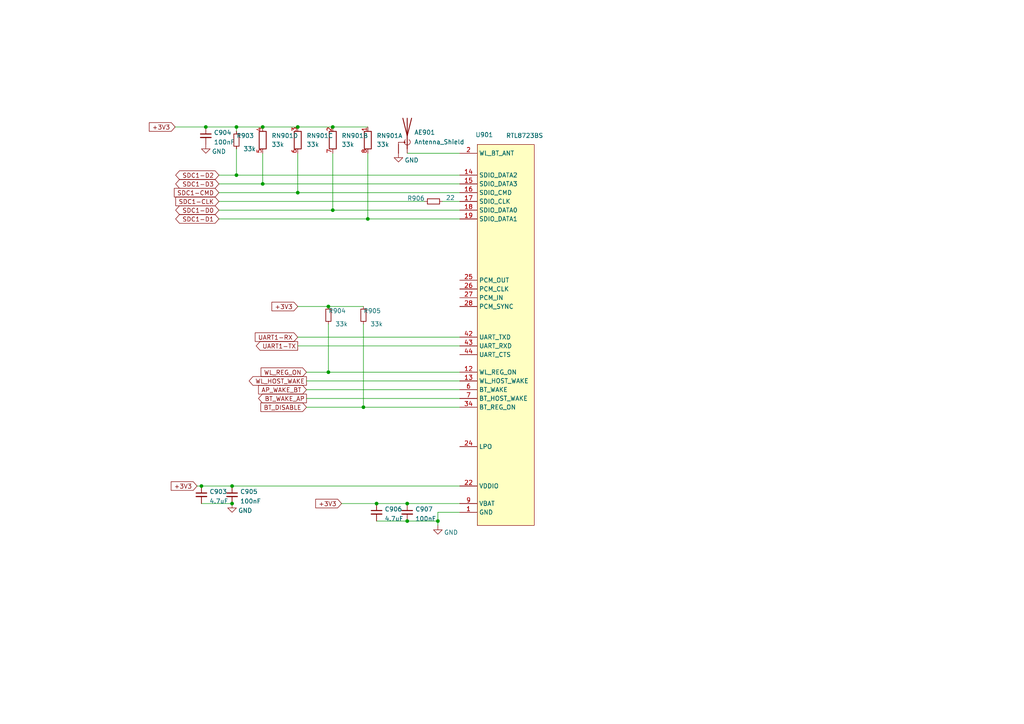
<source format=kicad_sch>
(kicad_sch (version 20250114) (generator "eeschema") (generator_version "9.0")
  (paper "A4")
  (lib_symbols
    (symbol "Device:Antenna_Shield" (pin_numbers (hide yes)) (pin_names (offset 1.016) (hide yes))
      (property "Reference" "AE" (at -1.905 4.445 0))
      (property "Value" "Antenna_Shield" (at -1.905 2.54 0))
      (symbol "Antenna_Shield_0_1"
        (arc (start 0 -2.667) (mid -0.8485 -2.1032) (end -0.508 -1.143))
        (polyline (pts (xy 0 5.08) (xy 0 -3.81)) (stroke (width 0.254)))
        (polyline (pts (xy 0 -2.54) (xy 0 0)))
        (arc (start 0.508 -1.143) (mid 0.8046 -2.0885) (end 0 -2.667))
        (polyline (pts (xy 0.762 -1.905) (xy 2.54 -1.905)))
        (circle (center 0.762 -1.905) (radius 0.1778) (fill (type outline)))
        (polyline (pts (xy 1.27 5.08) (xy 0 0) (xy -1.27 5.08)) (stroke (width 0.254)))
        (polyline (pts (xy 2.54 -2.54) (xy 2.54 -1.905)))
      )
      (symbol "Antenna_Shield_1_1"
        (pin input line (at 0 -5.08 90) (length 2.54) (name "A") (number "1"))
        (pin input line (at 2.54 -5.08 90) (length 2.54) (name "Shield") (number "2"))
      )
    )
    (symbol "Device:C_Small" (pin_numbers (hide yes)) (pin_names (offset 0.254) (hide yes))
      (property "Reference" "C" (at 0.254 1.778 0))
      (property "Value" "C_Small" (at 0.254 -2.032 0))
      (symbol "C_Small_0_1"
        (polyline (pts (xy -1.524 0.508) (xy 1.524 0.508)) (stroke (width 0.3048)))
        (polyline (pts (xy -1.524 -0.508) (xy 1.524 -0.508)) (stroke (width 0.3302)))
      )
      (symbol "C_Small_1_1"
        (pin passive line (at 0 2.54 270) (length 2.032) (name "~") (number "1"))
        (pin passive line (at 0 -2.54 90) (length 2.032) (name "~") (number "2"))
      )
    )
    (symbol "Device:R_Pack04_Split" (pin_names (offset 0) (hide yes))
      (property "Reference" "RN" (at 2.032 0 90))
      (property "Value" "R_Pack04_Split" (at 0 0 90))
      (symbol "R_Pack04_Split_0_1"
        (rectangle (start 1.016 2.54) (end -1.016 -2.54) (stroke (width 0.254)))
      )
      (symbol "R_Pack04_Split_1_1"
        (pin passive line (at 0 3.81 270) (length 1.27) (name "R1.2") (number "8"))
        (pin passive line (at 0 -3.81 90) (length 1.27) (name "R1.1") (number "1"))
      )
      (symbol "R_Pack04_Split_2_1"
        (pin passive line (at 0 3.81 270) (length 1.27) (name "R2.2") (number "7"))
        (pin passive line (at 0 -3.81 90) (length 1.27) (name "R2.1") (number "2"))
      )
      (symbol "R_Pack04_Split_3_1"
        (pin passive line (at 0 3.81 270) (length 1.27) (name "R3.2") (number "6"))
        (pin passive line (at 0 -3.81 90) (length 1.27) (name "R3.1") (number "3"))
      )
      (symbol "R_Pack04_Split_4_1"
        (pin passive line (at 0 3.81 270) (length 1.27) (name "R4.2") (number "5"))
        (pin passive line (at 0 -3.81 90) (length 1.27) (name "R4.1") (number "4"))
      )
    )
    (symbol "Device:R_Small" (pin_numbers (hide yes)) (pin_names (offset 0.254) (hide yes))
      (property "Reference" "R" (at 0.762 0.508 0))
      (property "Value" "R_Small" (at 0.762 -1.016 0))
      (symbol "R_Small_0_1"
        (rectangle (start -0.762 1.778) (end 0.762 -1.778) (stroke (width 0.2032)))
      )
      (symbol "R_Small_1_1"
        (pin passive line (at 0 2.54 270) (length 0.762) (name "~") (number "1"))
        (pin passive line (at 0 -2.54 90) (length 0.762) (name "~") (number "2"))
      )
    )
    (symbol "power:GND" (power) (pin_names (offset 0))
      (property "Value" "GND" (at 0 -3.81 0))
      (symbol "GND_0_1"
        (polyline (pts (xy 0 0) (xy 0 -1.27) (xy 1.27 -1.27) (xy 0 -2.54) (xy -1.27 -1.27) (xy 0 -1.27)))
      )
      (symbol "GND_1_1"
        (pin power_in line (at 0 0 270) (length 0) (hide yes) (name "GND") (number "1"))
      )
    )
    (symbol "sdio:RTL8723BS"
      (property "Reference" "U" (at 0 6.35 0))
      (property "Value" "RTL8723BS" (at 0 3.81 0))
      (symbol "RTL8723BS_0_1"
        (rectangle (start -5.08 -1.27) (end 11.43 -111.76) (stroke (width 0.1524)) (fill (type background)))
      )
      (symbol "RTL8723BS_1_1"
        (pin passive line (at -10.16 -3.81 0) (length 5.08) (name "WL_BT_ANT") (number "2"))
        (pin passive line (at -10.16 -10.16 0) (length 5.08) (name "SDIO_DATA2") (number "14"))
        (pin passive line (at -10.16 -12.7 0) (length 5.08) (name "SDIO_DATA3") (number "15"))
        (pin passive line (at -10.16 -15.24 0) (length 5.08) (name "SDIO_CMD") (number "16"))
        (pin passive line (at -10.16 -17.78 0) (length 5.08) (name "SDIO_CLK") (number "17"))
        (pin passive line (at -10.16 -20.32 0) (length 5.08) (name "SDIO_DATA0") (number "18"))
        (pin passive line (at -10.16 -22.86 0) (length 5.08) (name "SDIO_DATA1") (number "19"))
        (pin passive line (at -10.16 -40.64 0) (length 5.08) (name "PCM_OUT") (number "25"))
        (pin passive line (at -10.16 -43.18 0) (length 5.08) (name "PCM_CLK") (number "26"))
        (pin passive line (at -10.16 -45.72 0) (length 5.08) (name "PCM_IN") (number "27"))
        (pin passive line (at -10.16 -48.26 0) (length 5.08) (name "PCM_SYNC") (number "28"))
        (pin passive line (at -10.16 -57.15 0) (length 5.08) (name "UART_TXD") (number "42"))
        (pin passive line (at -10.16 -59.69 0) (length 5.08) (name "UART_RXD") (number "43"))
        (pin passive line (at -10.16 -62.23 0) (length 5.08) (name "UART_CTS") (number "44"))
        (pin passive line (at -10.16 -67.31 0) (length 5.08) (name "WL_REG_ON") (number "12"))
        (pin passive line (at -10.16 -69.85 0) (length 5.08) (name "WL_HOST_WAKE") (number "13"))
        (pin passive line (at -10.16 -72.39 0) (length 5.08) (name "BT_WAKE") (number "6"))
        (pin passive line (at -10.16 -74.93 0) (length 5.08) (name "BT_HOST_WAKE") (number "7"))
        (pin passive line (at -10.16 -77.47 0) (length 5.08) (name "BT_REG_ON") (number "34"))
        (pin passive line (at -10.16 -88.9 0) (length 5.08) (name "LPO") (number "24"))
        (pin passive line (at -10.16 -100.33 0) (length 5.08) (name "VDDIO") (number "22"))
        (pin passive line (at -10.16 -105.41 0) (length 5.08) (name "VBAT") (number "9"))
        (pin passive line (at -10.16 -107.95 0) (length 5.08) (name "GND") (number "1"))
        (pin passive line (at -10.16 -107.95 0) (length 5.08) (hide yes) (name "GND") (number "20"))
        (pin passive line (at -10.16 -107.95 0) (length 5.08) (hide yes) (name "GND") (number "3"))
        (pin passive line (at -10.16 -107.95 0) (length 5.08) (hide yes) (name "GND") (number "31"))
        (pin passive line (at -10.16 -107.95 0) (length 5.08) (hide yes) (name "GND") (number "33"))
        (pin passive line (at -10.16 -107.95 0) (length 5.08) (hide yes) (name "GND") (number "36"))
        (pin passive line (at -10.16 -107.95 0) (length 5.08) (hide yes) (name "GND") (number "41"))
      )
    )
  )
  (junction (at 67.31 146.05))
  (junction (at 105.41 118.11))
  (junction (at 67.31 140.97) (diameter 0.9144))
  (junction (at 86.36 36.83))
  (junction (at 96.52 60.96))
  (junction (at 68.58 36.83))
  (junction (at 58.42 140.97))
  (junction (at 59.69 36.83))
  (junction (at 96.52 36.83))
  (junction (at 86.36 55.88))
  (junction (at 109.22 146.05) (diameter 0.9144))
  (junction (at 106.68 63.5))
  (junction (at 127 151.13) (diameter 0.9144))
  (junction (at 76.2 36.83))
  (junction (at 95.25 107.95))
  (junction (at 118.11 151.13) (diameter 0.9144))
  (junction (at 68.58 50.8))
  (junction (at 118.11 146.05) (diameter 0.9144))
  (junction (at 95.25 88.9))
  (junction (at 76.2 53.34))
  (wire (pts (xy 76.2 36.83) (xy 86.36 36.83)))
  (wire (pts (xy 96.52 60.96) (xy 133.35 60.96)))
  (wire (pts (xy 128.27 58.42) (xy 133.35 58.42)))
  (wire (pts (xy 88.9 107.95) (xy 95.25 107.95)))
  (wire (pts (xy 68.58 50.8) (xy 133.35 50.8)))
  (wire (pts (xy 95.25 93.98) (xy 95.25 107.95)))
  (wire (pts (xy 63.5 55.88) (xy 86.36 55.88)))
  (wire (pts (xy 59.69 36.83) (xy 68.58 36.83)))
  (wire (pts (xy 106.68 44.45) (xy 106.68 63.5)))
  (wire (pts (xy 95.25 107.95) (xy 133.35 107.95)))
  (wire (pts (xy 63.5 58.42) (xy 123.19 58.42)))
  (wire (pts (xy 76.2 53.34) (xy 133.35 53.34)))
  (wire (pts (xy 68.58 36.83) (xy 76.2 36.83)))
  (wire (pts (xy 50.8 36.83) (xy 59.69 36.83)))
  (wire (pts (xy 58.42 140.97) (xy 67.31 140.97)))
  (wire (pts (xy 57.15 140.97) (xy 58.42 140.97)))
  (wire (pts (xy 67.31 140.97) (xy 133.35 140.97)))
  (wire (pts (xy 63.5 50.8) (xy 68.58 50.8)))
  (wire (pts (xy 127 148.59) (xy 127 151.13)))
  (wire (pts (xy 127 151.13) (xy 127 152.4)))
  (wire (pts (xy 133.35 148.59) (xy 127 148.59)))
  (wire (pts (xy 105.41 93.98) (xy 105.41 118.11)))
  (wire (pts (xy 109.22 151.13) (xy 118.11 151.13)))
  (wire (pts (xy 118.11 151.13) (xy 127 151.13)))
  (wire (pts (xy 63.5 60.96) (xy 96.52 60.96)))
  (wire (pts (xy 63.5 53.34) (xy 76.2 53.34)))
  (wire (pts (xy 86.36 88.9) (xy 95.25 88.9)))
  (wire (pts (xy 58.42 146.05) (xy 67.31 146.05)))
  (wire (pts (xy 106.68 63.5) (xy 133.35 63.5)))
  (wire (pts (xy 68.58 43.18) (xy 68.58 50.8)))
  (wire (pts (xy 86.36 44.45) (xy 86.36 55.88)))
  (wire (pts (xy 96.52 36.83) (xy 106.68 36.83)))
  (wire (pts (xy 95.25 88.9) (xy 105.41 88.9)))
  (wire (pts (xy 118.11 44.45) (xy 133.35 44.45)))
  (wire (pts (xy 109.22 146.05) (xy 118.11 146.05)))
  (wire (pts (xy 118.11 146.05) (xy 133.35 146.05)))
  (wire (pts (xy 96.52 44.45) (xy 96.52 60.96)))
  (wire (pts (xy 76.2 44.45) (xy 76.2 53.34)))
  (wire (pts (xy 86.36 97.79) (xy 133.35 97.79)))
  (wire (pts (xy 105.41 118.11) (xy 133.35 118.11)))
  (wire (pts (xy 88.9 110.49) (xy 133.35 110.49)))
  (wire (pts (xy 86.36 100.33) (xy 133.35 100.33)))
  (wire (pts (xy 86.36 55.88) (xy 133.35 55.88)))
  (wire (pts (xy 99.06 146.05) (xy 109.22 146.05)))
  (wire (pts (xy 63.5 63.5) (xy 106.68 63.5)))
  (wire (pts (xy 88.9 113.03) (xy 133.35 113.03)))
  (wire (pts (xy 86.36 36.83) (xy 96.52 36.83)))
  (wire (pts (xy 88.9 118.11) (xy 105.41 118.11)))
  (wire (pts (xy 68.58 36.83) (xy 68.58 38.1)))
  (wire (pts (xy 88.9 115.57) (xy 133.35 115.57)))
  (global_label "SDC1-D3" (shape bidirectional) (at 63.5 53.34 180) (property "Intersheetrefs" "${INTERSHEET_REFS}" (effects (hide yes))))
  (global_label "BT_DISABLE" (shape input) (at 88.9 118.11 180) (property "Intersheetrefs" "${INTERSHEET_REFS}" (effects (hide yes))))
  (global_label "WL_HOST_WAKE" (shape output) (at 88.9 110.49 180) (property "Intersheetrefs" "${INTERSHEET_REFS}" (effects (hide yes))))
  (global_label "WL_REG_ON" (shape input) (at 88.9 107.95 180) (property "Intersheetrefs" "${INTERSHEET_REFS}" (effects (hide yes))))
  (global_label "SDC1-CLK" (shape input) (at 63.5 58.42 180) (property "Intersheetrefs" "${INTERSHEET_REFS}" (effects (hide yes))))
  (global_label "UART1-RX" (shape input) (at 86.36 97.79 180) (property "Intersheetrefs" "${INTERSHEET_REFS}" (effects (hide yes))))
  (global_label "+3V3" (shape input) (at 57.15 140.97 180) (property "Intersheetrefs" "${INTERSHEET_REFS}" (effects (hide yes))))
  (global_label "SDC1-CMD" (shape input) (at 63.5 55.88 180) (property "Intersheetrefs" "${INTERSHEET_REFS}" (effects (hide yes))))
  (global_label "AP_WAKE_BT" (shape input) (at 88.9 113.03 180) (property "Intersheetrefs" "${INTERSHEET_REFS}" (effects (hide yes))))
  (global_label "+3V3" (shape input) (at 99.06 146.05 180) (property "Intersheetrefs" "${INTERSHEET_REFS}" (effects (hide yes))))
  (global_label "UART1-TX" (shape output) (at 86.36 100.33 180) (property "Intersheetrefs" "${INTERSHEET_REFS}" (effects (hide yes))))
  (global_label "+3V3" (shape input) (at 50.8 36.83 180) (property "Intersheetrefs" "${INTERSHEET_REFS}" (effects (hide yes))))
  (global_label "+3V3" (shape input) (at 86.36 88.9 180) (property "Intersheetrefs" "${INTERSHEET_REFS}" (effects (hide yes))))
  (global_label "SDC1-D2" (shape bidirectional) (at 63.5 50.8 180) (property "Intersheetrefs" "${INTERSHEET_REFS}" (effects (hide yes))))
  (global_label "SDC1-D1" (shape bidirectional) (at 63.5 63.5 180) (property "Intersheetrefs" "${INTERSHEET_REFS}" (effects (hide yes))))
  (global_label "BT_WAKE_AP" (shape output) (at 88.9 115.57 180) (property "Intersheetrefs" "${INTERSHEET_REFS}" (effects (hide yes))))
  (global_label "SDC1-D0" (shape bidirectional) (at 63.5 60.96 180) (property "Intersheetrefs" "${INTERSHEET_REFS}" (effects (hide yes))))
  (symbol (lib_id "Device:R_Pack04_Split") (at 86.36 40.64 180) (unit 3)
    (property "Reference" "RN901" (at 88.9 39.3699 0) (effects (justify right)))
    (property "Value" "33k" (at 88.9 41.9099 0) (effects (justify right)))
    (property "Footprint" "Resistor_SMD:R_Array_Concave_4x0402" (effects (hide yes)))
  )
  (symbol (lib_id "power:GND") (at 127 152.4 0) (unit 1)
    (property "Reference" "#PWR0904" (effects (hide yes)))
    (property "Value" "GND" (at 130.81 154.4226 0))
  )
  (symbol (lib_id "Device:C_Small") (at 67.31 143.51 0) (unit 1)
    (property "Reference" "C905" (at 69.6342 142.6015 0) (effects (justify left)))
    (property "Value" "100nF" (at 69.6342 145.3766 0) (effects (justify left)))
    (property "Footprint" "Capacitor_SMD:C_0402_1005Metric" (effects (hide yes)))
  )
  (symbol (lib_id "Device:R_Small") (at 125.73 58.42 90) (unit 1)
    (property "Reference" "R906" (at 120.65 57.5268 90))
    (property "Value" "22" (at 130.6262 57.3542 90))
    (property "Footprint" "Resistor_SMD:R_0402_1005Metric" (effects (hide yes)))
  )
  (symbol (lib_id "Device:R_Small") (at 105.41 91.44 180) (unit 1)
    (property "Reference" "R905" (at 107.95 90.17 0))
    (property "Value" "33k" (at 109.22 93.98 0))
    (property "Footprint" "Resistor_SMD:R_0402_1005Metric" (effects (hide yes)))
  )
  (symbol (lib_id "Device:R_Pack04_Split") (at 96.52 40.64 180) (unit 2)
    (property "Reference" "RN901" (at 99.06 39.3699 0) (effects (justify right)))
    (property "Value" "33k" (at 99.06 41.9099 0) (effects (justify right)))
    (property "Footprint" "Resistor_SMD:R_Array_Concave_4x0402" (effects (hide yes)))
  )
  (symbol (lib_id "sdio:RTL8723BS") (at 143.51 40.64 0) (unit 1)
    (property "Reference" "U901" (at 137.8713 39.0965 0) (effects (justify left)))
    (property "Value" "RTL8723BS" (at 146.7613 39.3316 0) (effects (justify left)))
    (property "Footprint" "sdio:lga44_12x12mm_P0.9" (effects (hide yes)))
  )
  (symbol (lib_id "Device:R_Small") (at 95.25 91.44 180) (unit 1)
    (property "Reference" "R904" (at 97.79 90.17 0))
    (property "Value" "33k" (at 99.06 93.98 0))
    (property "Footprint" "Resistor_SMD:R_0402_1005Metric" (effects (hide yes)))
  )
  (symbol (lib_id "Device:Antenna_Shield") (at 118.11 39.37 0) (mirror y) (unit 1)
    (property "Reference" "AE901" (at 120.1421 38.398 0) (effects (justify right)))
    (property "Value" "Antenna_Shield" (at 120.1421 41.1731 0) (effects (justify right)))
    (property "Footprint" "Connector_Coaxial:U.FL_Hirose_U.FL-R-SMT-1_Vertical" (effects (hide yes)))
  )
  (symbol (lib_id "Device:R_Pack04_Split") (at 106.68 40.64 180) (unit 1)
    (property "Reference" "RN901" (at 109.22 39.3699 0) (effects (justify right)))
    (property "Value" "33k" (at 109.22 41.9099 0) (effects (justify right)))
    (property "Footprint" "Resistor_SMD:R_Array_Concave_4x0402" (effects (hide yes)))
  )
  (symbol (lib_id "Device:C_Small") (at 59.69 39.37 0) (unit 1)
    (property "Reference" "C904" (at 62.0142 38.4615 0) (effects (justify left)))
    (property "Value" "100nF" (at 62.0142 41.2366 0) (effects (justify left)))
    (property "Footprint" "Capacitor_SMD:C_0402_1005Metric" (effects (hide yes)))
  )
  (symbol (lib_id "power:GND") (at 59.69 41.91 0) (unit 1)
    (property "Reference" "#PWR0901" (effects (hide yes)))
    (property "Value" "GND" (at 63.5 43.9326 0))
  )
  (symbol (lib_id "Device:C_Small") (at 58.42 143.51 0) (unit 1)
    (property "Reference" "C903" (at 60.7442 142.6015 0) (effects (justify left)))
    (property "Value" "4.7uF" (at 60.7442 145.3766 0) (effects (justify left)))
    (property "Footprint" "Capacitor_SMD:C_0603_1608Metric" (effects (hide yes)))
  )
  (symbol (lib_id "power:GND") (at 67.31 146.05 0) (unit 1)
    (property "Reference" "#PWR0902" (effects (hide yes)))
    (property "Value" "GND" (at 71.12 148.0726 0))
  )
  (symbol (lib_id "Device:R_Pack04_Split") (at 76.2 40.64 180) (unit 4)
    (property "Reference" "RN901" (at 78.74 39.3699 0) (effects (justify right)))
    (property "Value" "33k" (at 78.74 41.9099 0) (effects (justify right)))
    (property "Footprint" "Resistor_SMD:R_Array_Concave_4x0402" (effects (hide yes)))
  )
  (symbol (lib_id "Device:C_Small") (at 118.11 148.59 0) (unit 1)
    (property "Reference" "C907" (at 120.4342 147.6815 0) (effects (justify left)))
    (property "Value" "100nF" (at 120.4342 150.4566 0) (effects (justify left)))
    (property "Footprint" "Capacitor_SMD:C_0402_1005Metric" (effects (hide yes)))
  )
  (symbol (lib_id "Device:R_Small") (at 68.58 40.64 180) (unit 1)
    (property "Reference" "R903" (at 71.12 39.37 0))
    (property "Value" "33k" (at 72.39 43.18 0))
    (property "Footprint" "Resistor_SMD:R_0402_1005Metric" (effects (hide yes)))
  )
  (symbol (lib_id "power:GND") (at 115.57 44.45 0) (unit 1)
    (property "Reference" "#PWR0903" (effects (hide yes)))
    (property "Value" "GND" (at 119.38 46.4726 0))
  )
  (symbol (lib_id "Device:C_Small") (at 109.22 148.59 0) (unit 1)
    (property "Reference" "C906" (at 111.5442 147.6815 0) (effects (justify left)))
    (property "Value" "4.7uF" (at 111.5442 150.4566 0) (effects (justify left)))
    (property "Footprint" "Capacitor_SMD:C_0603_1608Metric" (effects (hide yes)))
  )
)
</source>
